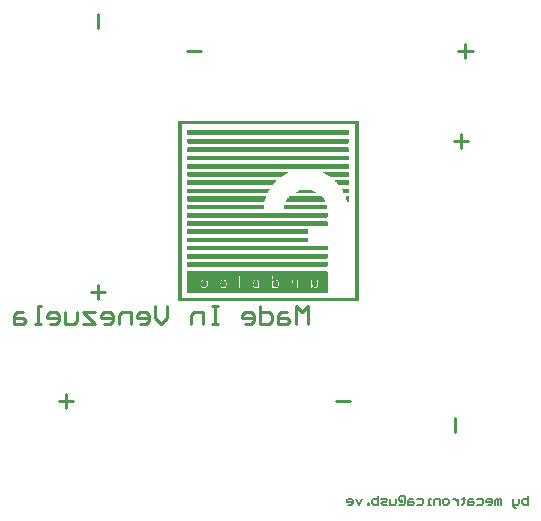
<source format=gbo>
G04 Layer_Color=32896*
%FSLAX23Y23*%
%MOIN*%
G70*
G01*
G75*
%ADD11C,0.010*%
%ADD22C,0.005*%
%ADD33C,0.002*%
D11*
X2233Y3701D02*
Y3747D01*
X3422Y2354D02*
Y2401D01*
X2528Y3622D02*
X2574D01*
X3024Y2456D02*
X3070D01*
X2209Y2818D02*
X2255D01*
X2232Y2842D02*
Y2795D01*
X3433Y3622D02*
X3480D01*
X3456Y3645D02*
Y3598D01*
X3417Y3322D02*
X3464D01*
X3441Y3346D02*
Y3299D01*
X2102Y2456D02*
X2149D01*
X2126Y2480D02*
Y2433D01*
X2933Y2713D02*
Y2773D01*
X2913Y2753D01*
X2893Y2773D01*
Y2713D01*
X2863Y2753D02*
X2843D01*
X2833Y2743D01*
Y2713D01*
X2863D01*
X2873Y2723D01*
X2863Y2733D01*
X2833D01*
X2773Y2773D02*
Y2713D01*
X2803D01*
X2813Y2723D01*
Y2743D01*
X2803Y2753D01*
X2773D01*
X2723Y2713D02*
X2743D01*
X2753Y2723D01*
Y2743D01*
X2743Y2753D01*
X2723D01*
X2713Y2743D01*
Y2733D01*
X2753D01*
X2633Y2773D02*
X2613D01*
X2623D01*
Y2713D01*
X2633D01*
X2613D01*
X2583D02*
Y2753D01*
X2553D01*
X2543Y2743D01*
Y2713D01*
X2463Y2773D02*
Y2733D01*
X2443Y2713D01*
X2423Y2733D01*
Y2773D01*
X2373Y2713D02*
X2393D01*
X2403Y2723D01*
Y2743D01*
X2393Y2753D01*
X2373D01*
X2363Y2743D01*
Y2733D01*
X2403D01*
X2343Y2713D02*
Y2753D01*
X2313D01*
X2303Y2743D01*
Y2713D01*
X2253D02*
X2273D01*
X2283Y2723D01*
Y2743D01*
X2273Y2753D01*
X2253D01*
X2243Y2743D01*
Y2733D01*
X2283D01*
X2223Y2753D02*
X2183D01*
X2223Y2713D01*
X2183D01*
X2163Y2753D02*
Y2723D01*
X2153Y2713D01*
X2123D01*
Y2753D01*
X2073Y2713D02*
X2093D01*
X2103Y2723D01*
Y2743D01*
X2093Y2753D01*
X2073D01*
X2063Y2743D01*
Y2733D01*
X2103D01*
X2043Y2713D02*
X2023D01*
X2033D01*
Y2773D01*
X2043D01*
X1983Y2753D02*
X1963D01*
X1953Y2743D01*
Y2713D01*
X1983D01*
X1993Y2723D01*
X1983Y2733D01*
X1953D01*
D22*
X3665Y2140D02*
Y2110D01*
X3650D01*
X3645Y2115D01*
Y2120D01*
Y2125D01*
X3650Y2130D01*
X3665D01*
X3635D02*
Y2115D01*
X3630Y2110D01*
X3615D01*
Y2105D01*
X3620Y2100D01*
X3625D01*
X3615Y2110D02*
Y2130D01*
X3575Y2110D02*
Y2130D01*
X3570D01*
X3565Y2125D01*
Y2110D01*
Y2125D01*
X3560Y2130D01*
X3555Y2125D01*
Y2110D01*
X3530D02*
X3540D01*
X3545Y2115D01*
Y2125D01*
X3540Y2130D01*
X3530D01*
X3525Y2125D01*
Y2120D01*
X3545D01*
X3495Y2130D02*
X3510D01*
X3515Y2125D01*
Y2115D01*
X3510Y2110D01*
X3495D01*
X3480Y2130D02*
X3470D01*
X3465Y2125D01*
Y2110D01*
X3480D01*
X3485Y2115D01*
X3480Y2120D01*
X3465D01*
X3450Y2135D02*
Y2130D01*
X3455D01*
X3445D01*
X3450D01*
Y2115D01*
X3445Y2110D01*
X3430Y2130D02*
Y2110D01*
Y2120D01*
X3425Y2125D01*
X3420Y2130D01*
X3415D01*
X3395Y2110D02*
X3385D01*
X3380Y2115D01*
Y2125D01*
X3385Y2130D01*
X3395D01*
X3400Y2125D01*
Y2115D01*
X3395Y2110D01*
X3370D02*
Y2130D01*
X3355D01*
X3350Y2125D01*
Y2110D01*
X3340D02*
X3330D01*
X3335D01*
Y2130D01*
X3340D01*
X3295D02*
X3310D01*
X3315Y2125D01*
Y2115D01*
X3310Y2110D01*
X3295D01*
X3280Y2130D02*
X3270D01*
X3265Y2125D01*
Y2110D01*
X3280D01*
X3285Y2115D01*
X3280Y2120D01*
X3265D01*
X3240D02*
Y2125D01*
X3245D01*
Y2120D01*
X3240D01*
X3235Y2125D01*
Y2135D01*
X3240Y2140D01*
X3250D01*
X3255Y2135D01*
Y2115D01*
X3250Y2110D01*
X3235D01*
X3225Y2130D02*
Y2115D01*
X3220Y2110D01*
X3206D01*
Y2130D01*
X3196Y2110D02*
X3181D01*
X3176Y2115D01*
X3181Y2120D01*
X3191D01*
X3196Y2125D01*
X3191Y2130D01*
X3176D01*
X3166Y2140D02*
Y2110D01*
X3151D01*
X3146Y2115D01*
Y2120D01*
Y2125D01*
X3151Y2130D01*
X3166D01*
X3136Y2110D02*
Y2115D01*
X3131D01*
Y2110D01*
X3136D01*
X3111Y2130D02*
X3101Y2110D01*
X3091Y2130D01*
X3066Y2110D02*
X3076D01*
X3081Y2115D01*
Y2125D01*
X3076Y2130D01*
X3066D01*
X3061Y2125D01*
Y2120D01*
X3081D01*
D33*
X3087Y2856D02*
X3097D01*
X3087Y2854D02*
X3097D01*
X3087Y2852D02*
X3097D01*
X3087Y2850D02*
X3097D01*
X3087Y2848D02*
X3097D01*
X3087Y2846D02*
X3097D01*
X3087Y2844D02*
X3097D01*
X3087Y2842D02*
X3097D01*
X3087Y2840D02*
X3097D01*
X3087Y2838D02*
X3097D01*
X3087Y2836D02*
X3097D01*
X3087Y2834D02*
X3097D01*
X3087Y2832D02*
X3097D01*
X3087Y2830D02*
X3097D01*
X3087Y2828D02*
X3097D01*
X3087Y2826D02*
X3097D01*
X3087Y2824D02*
X3097D01*
X3087Y2822D02*
X3097D01*
X3087Y2820D02*
X3097D01*
X3087Y2818D02*
X3097D01*
X3087Y2816D02*
X3097D01*
X3087Y2814D02*
X3097D01*
X3087Y2812D02*
X3097D01*
X3087Y2810D02*
X3097D01*
X3087Y2808D02*
X3097D01*
X3087Y2806D02*
X3097D01*
X3087Y2804D02*
X3097D01*
X3087Y2802D02*
X3097D01*
X3087Y2800D02*
X3097D01*
X3087Y2936D02*
X3097D01*
X3087Y2934D02*
X3097D01*
X3087Y2932D02*
X3097D01*
X3087Y2930D02*
X3097D01*
X3087Y2928D02*
X3097D01*
X3087Y2926D02*
X3097D01*
X3087Y2924D02*
X3097D01*
X3087Y2922D02*
X3097D01*
X3087Y2920D02*
X3097D01*
X3087Y2918D02*
X3097D01*
X3087Y2916D02*
X3097D01*
X3087Y2914D02*
X3097D01*
X3087Y2912D02*
X3097D01*
X3087Y2910D02*
X3097D01*
X3087Y2908D02*
X3097D01*
X3087Y2906D02*
X3097D01*
X3087Y2904D02*
X3097D01*
X3087Y2902D02*
X3097D01*
X3087Y2900D02*
X3097D01*
X3087Y2898D02*
X3097D01*
X3087Y2896D02*
X3097D01*
X3087Y2894D02*
X3097D01*
X3087Y2892D02*
X3097D01*
X3087Y2890D02*
X3097D01*
X3087Y2888D02*
X3097D01*
X3087Y2886D02*
X3097D01*
X3087Y2884D02*
X3097D01*
X3087Y2882D02*
X3097D01*
X3087Y2880D02*
X3097D01*
X3087Y2878D02*
X3097D01*
X3087Y2876D02*
X3097D01*
X3087Y2874D02*
X3097D01*
X3087Y2872D02*
X3097D01*
X3087Y2870D02*
X3097D01*
X3087Y2868D02*
X3097D01*
X3087Y2866D02*
X3097D01*
X3087Y2864D02*
X3097D01*
X3087Y2862D02*
X3097D01*
X3087Y2860D02*
X3097D01*
X3087Y3016D02*
X3097D01*
X3087Y3014D02*
X3097D01*
X3087Y3012D02*
X3097D01*
X3087Y3010D02*
X3097D01*
X3087Y3008D02*
X3097D01*
X3087Y3006D02*
X3097D01*
X3087Y3004D02*
X3097D01*
X3087Y3002D02*
X3097D01*
X3087Y3000D02*
X3097D01*
X3087Y2998D02*
X3097D01*
X3087Y2996D02*
X3097D01*
X3087Y2994D02*
X3097D01*
X3087Y2992D02*
X3097D01*
X3087Y2990D02*
X3097D01*
X3087Y2988D02*
X3097D01*
X3087Y2986D02*
X3097D01*
X3087Y2984D02*
X3097D01*
X3087Y2982D02*
X3097D01*
X3087Y2980D02*
X3097D01*
X3087Y2978D02*
X3097D01*
X3087Y2976D02*
X3097D01*
X3087Y2974D02*
X3097D01*
X3087Y2972D02*
X3097D01*
X3087Y2970D02*
X3097D01*
X3087Y2968D02*
X3097D01*
X3087Y2966D02*
X3097D01*
X3087Y2964D02*
X3097D01*
X3087Y2962D02*
X3097D01*
X3087Y2960D02*
X3097D01*
X3087Y2958D02*
X3097D01*
X3087Y2956D02*
X3097D01*
X3087Y2954D02*
X3097D01*
X3087Y2952D02*
X3097D01*
X3087Y2950D02*
X3097D01*
X3087Y2948D02*
X3097D01*
X3087Y2946D02*
X3097D01*
X3087Y2944D02*
X3097D01*
X3087Y2942D02*
X3097D01*
X3087Y2940D02*
X3097D01*
X3087Y3096D02*
X3097D01*
X3087Y3094D02*
X3097D01*
X3087Y3092D02*
X3097D01*
X3087Y3090D02*
X3097D01*
X3087Y3088D02*
X3097D01*
X3087Y3086D02*
X3097D01*
X3087Y3084D02*
X3097D01*
X3087Y3082D02*
X3097D01*
X3087Y3080D02*
X3097D01*
X3087Y3078D02*
X3097D01*
X3087Y3076D02*
X3097D01*
X3087Y3074D02*
X3097D01*
X3087Y3072D02*
X3097D01*
X3087Y3070D02*
X3097D01*
X3087Y3068D02*
X3097D01*
X3087Y3066D02*
X3097D01*
X3087Y3064D02*
X3097D01*
X3087Y3062D02*
X3097D01*
X3087Y3060D02*
X3097D01*
X3087Y3058D02*
X3097D01*
X3087Y3056D02*
X3097D01*
X3087Y3054D02*
X3097D01*
X3087Y3052D02*
X3097D01*
X3087Y3050D02*
X3097D01*
X3087Y3048D02*
X3097D01*
X3087Y3046D02*
X3097D01*
X3087Y3044D02*
X3097D01*
X3087Y3042D02*
X3097D01*
X3087Y3040D02*
X3097D01*
X3087Y3038D02*
X3097D01*
X3087Y3036D02*
X3097D01*
X3087Y3034D02*
X3097D01*
X3087Y3032D02*
X3097D01*
X3087Y3030D02*
X3097D01*
X3087Y3028D02*
X3097D01*
X3087Y3026D02*
X3097D01*
X3087Y3024D02*
X3097D01*
X3087Y3022D02*
X3097D01*
X3087Y3020D02*
X3097D01*
X3087Y3176D02*
X3097D01*
X3087Y3174D02*
X3097D01*
X3087Y3172D02*
X3097D01*
X3087Y3170D02*
X3097D01*
X3087Y3168D02*
X3097D01*
X3087Y3166D02*
X3097D01*
X3087Y3164D02*
X3097D01*
X3087Y3162D02*
X3097D01*
X3087Y3160D02*
X3097D01*
X3047D02*
X3065D01*
X3087Y3158D02*
X3097D01*
X3047D02*
X3065D01*
X3087Y3156D02*
X3097D01*
X3049D02*
X3065D01*
X3087Y3154D02*
X3097D01*
X3049D02*
X3065D01*
X3087Y3152D02*
X3097D01*
X3051D02*
X3065D01*
X3087Y3150D02*
X3097D01*
X3087Y3148D02*
X3097D01*
X3087Y3146D02*
X3097D01*
X3087Y3144D02*
X3097D01*
X3087Y3142D02*
X3097D01*
X3087Y3140D02*
X3097D01*
X3087Y3138D02*
X3097D01*
X3057D02*
X3065D01*
X3087Y3136D02*
X3097D01*
X3057D02*
X3065D01*
X3087Y3134D02*
X3097D01*
X3057D02*
X3065D01*
X3087Y3132D02*
X3097D01*
X3059D02*
X3065D01*
X3087Y3130D02*
X3097D01*
X3059D02*
X3065D01*
X3087Y3128D02*
X3097D01*
X3059D02*
X3065D01*
X3087Y3126D02*
X3097D01*
X3061D02*
X3065D01*
X3087Y3124D02*
X3097D01*
X3061D02*
X3065D01*
X3087Y3122D02*
X3097D01*
X3087Y3120D02*
X3097D01*
X3087Y3118D02*
X3097D01*
X3087Y3116D02*
X3097D01*
X3087Y3114D02*
X3097D01*
X3087Y3112D02*
X3097D01*
X3087Y3110D02*
X3097D01*
X3087Y3108D02*
X3097D01*
X3087Y3106D02*
X3097D01*
X3087Y3104D02*
X3097D01*
X3087Y3102D02*
X3097D01*
X3087Y3100D02*
X3097D01*
X3087Y3256D02*
X3097D01*
X3087Y3254D02*
X3097D01*
X3087Y3252D02*
X3097D01*
X3087Y3250D02*
X3097D01*
X3087Y3248D02*
X3097D01*
X3087Y3246D02*
X3097D01*
X3087Y3244D02*
X3097D01*
X3087Y3242D02*
X3097D01*
X3087Y3240D02*
X3097D01*
X3087Y3238D02*
X3097D01*
X3087Y3236D02*
X3097D01*
X3087Y3234D02*
X3097D01*
X3087Y3232D02*
X3097D01*
X3087Y3230D02*
X3097D01*
X3087Y3228D02*
X3097D01*
X3087Y3226D02*
X3097D01*
X3087Y3224D02*
X3097D01*
X3087Y3222D02*
X3097D01*
X3087Y3220D02*
X3097D01*
X3087Y3218D02*
X3097D01*
X3087Y3216D02*
X3097D01*
X3087Y3214D02*
X3097D01*
X3087Y3212D02*
X3097D01*
X3087Y3210D02*
X3097D01*
X3087Y3208D02*
X3097D01*
X3087Y3206D02*
X3097D01*
X3087Y3204D02*
X3097D01*
X3087Y3202D02*
X3097D01*
X3087Y3200D02*
X3097D01*
X3087Y3198D02*
X3097D01*
X3087Y3196D02*
X3097D01*
X3087Y3194D02*
X3097D01*
X3087Y3192D02*
X3097D01*
X3087Y3190D02*
X3097D01*
X3087Y3188D02*
X3097D01*
X3087Y3186D02*
X3097D01*
X3087Y3184D02*
X3097D01*
X3087Y3182D02*
X3097D01*
X3087Y3180D02*
X3097D01*
X3087Y3336D02*
X3097D01*
X3087Y3334D02*
X3097D01*
X3087Y3332D02*
X3097D01*
X3087Y3330D02*
X3097D01*
X3087Y3328D02*
X3097D01*
X3087Y3326D02*
X3097D01*
X3087Y3324D02*
X3097D01*
X3087Y3322D02*
X3097D01*
X3087Y3320D02*
X3097D01*
X3087Y3318D02*
X3097D01*
X3087Y3316D02*
X3097D01*
X3087Y3314D02*
X3097D01*
X3087Y3312D02*
X3097D01*
X3087Y3310D02*
X3097D01*
X3087Y3308D02*
X3097D01*
X3087Y3306D02*
X3097D01*
X3087Y3304D02*
X3097D01*
X3087Y3302D02*
X3097D01*
X3087Y3300D02*
X3097D01*
X3087Y3298D02*
X3097D01*
X3087Y3296D02*
X3097D01*
X3087Y3294D02*
X3097D01*
X3087Y3292D02*
X3097D01*
X3087Y3290D02*
X3097D01*
X3087Y3288D02*
X3097D01*
X3087Y3286D02*
X3097D01*
X3087Y3284D02*
X3097D01*
X3087Y3282D02*
X3097D01*
X3087Y3280D02*
X3097D01*
X3087Y3278D02*
X3097D01*
X3087Y3276D02*
X3097D01*
X3087Y3274D02*
X3097D01*
X3087Y3272D02*
X3097D01*
X3087Y3270D02*
X3097D01*
X3087Y3268D02*
X3097D01*
X3087Y3266D02*
X3097D01*
X3087Y3264D02*
X3097D01*
X3087Y3262D02*
X3097D01*
X3087Y3260D02*
X3097D01*
X3087Y3382D02*
X3097D01*
X3087Y3380D02*
X3097D01*
X3087Y3378D02*
X3097D01*
X3087Y3376D02*
X3097D01*
X3087Y3374D02*
X3097D01*
X3087Y3372D02*
X3097D01*
X3087Y3370D02*
X3097D01*
X3087Y3368D02*
X3097D01*
X3087Y3366D02*
X3097D01*
X3087Y3364D02*
X3097D01*
X3087Y3362D02*
X3097D01*
X3087Y3360D02*
X3097D01*
X3087Y3358D02*
X3097D01*
X3087Y3356D02*
X3097D01*
X3087Y3354D02*
X3097D01*
X3087Y3352D02*
X3097D01*
X3087Y3350D02*
X3097D01*
X3087Y3348D02*
X3097D01*
X3087Y3346D02*
X3097D01*
X3087Y3344D02*
X3097D01*
X3087Y3342D02*
X3097D01*
X3087Y3340D02*
X3097D01*
X2945Y2856D02*
X2959D01*
X2899D02*
X2939D01*
X2945Y2854D02*
X2959D01*
X2899D02*
X2939D01*
X2945Y2852D02*
X2959D01*
X2899D02*
X2939D01*
X2945Y2850D02*
X2959D01*
X2899D02*
X2939D01*
X2945Y2848D02*
X2959D01*
X2899D02*
X2939D01*
X2945Y2846D02*
X2959D01*
X2899D02*
X2939D01*
X2947Y2844D02*
X2959D01*
X2899D02*
X2939D01*
X2947Y2842D02*
X2959D01*
X2899D02*
X2939D01*
X2947Y2840D02*
X2959D01*
X2899D02*
X2939D01*
X2949Y2838D02*
X2957D01*
X2899D02*
X2939D01*
X2945Y2836D02*
X2949D01*
X2899D02*
X2939D01*
X2945Y2834D02*
X2951D01*
X2899D02*
X2939D01*
X2945Y2862D02*
X2959D01*
X2899D02*
X2939D01*
X2887D02*
X2893D01*
X2945Y2860D02*
X2959D01*
X2899D02*
X2939D01*
X2891D02*
X2893D01*
X2913Y3160D02*
X2931D01*
X2903Y3158D02*
X2941D01*
X2897Y3156D02*
X2947D01*
X2891Y3154D02*
X2953D01*
X2891Y3152D02*
X2955D01*
X2833Y2856D02*
X2875D01*
X2817D02*
X2827D01*
X2835Y2854D02*
X2875D01*
X2815D02*
X2827D01*
X2835Y2852D02*
X2875D01*
X2815D02*
X2829D01*
X2835Y2850D02*
X2875D01*
X2815D02*
X2829D01*
X2835Y2848D02*
X2875D01*
X2815D02*
X2829D01*
X2835Y2846D02*
X2875D01*
X2815D02*
X2829D01*
X2835Y2844D02*
X2875D01*
X2815D02*
X2829D01*
X2835Y2842D02*
X2875D01*
X2815D02*
X2829D01*
X2833Y2840D02*
X2875D01*
X2817D02*
X2827D01*
X2833Y2838D02*
X2875D01*
X2819D02*
X2825D01*
X2831Y2836D02*
X2875D01*
X2829Y2834D02*
X2873D01*
X2813D02*
X2819D01*
X2829Y2862D02*
X2879D01*
X2813D02*
X2819D01*
X2831Y2860D02*
X2875D01*
X2813D02*
X2817D01*
X2751Y2856D02*
X2763D01*
X2751Y2854D02*
X2763D01*
X2751Y2852D02*
X2763D01*
X2751Y2850D02*
X2763D01*
X2751Y2840D02*
X2763D01*
X2753Y2838D02*
X2761D01*
X2659Y2856D02*
X2699D01*
X2659Y2854D02*
X2699D01*
X2661Y2852D02*
X2699D01*
X2661Y2850D02*
X2699D01*
X2661Y2848D02*
X2699D01*
X2661Y2846D02*
X2699D01*
X2661Y2844D02*
X2699D01*
X2659Y2842D02*
X2699D01*
X2659Y2840D02*
X2699D01*
X2659Y2838D02*
X2699D01*
X2657Y2836D02*
X2699D01*
X2655Y2834D02*
X2699D01*
X2653Y2862D02*
X2699D01*
X2657Y2860D02*
X2699D01*
X2597Y2856D02*
X2637D01*
X2579D02*
X2589D01*
X2597Y2854D02*
X2637D01*
X2579D02*
X2591D01*
X2597Y2852D02*
X2635D01*
X2597Y2850D02*
X2635D01*
X2597Y2848D02*
X2635D01*
X2579Y2842D02*
X2591D01*
X2597Y2840D02*
X2637D01*
X2579D02*
X2589D01*
X2595Y2838D02*
X2637D01*
X2581D02*
X2587D01*
X2593Y2836D02*
X2639D01*
X2591Y2834D02*
X2641D01*
X2589Y2862D02*
X2643D01*
X2593Y2860D02*
X2639D01*
X2497Y2856D02*
X2507D01*
X2497Y2854D02*
X2507D01*
X2497Y2852D02*
X2507D01*
X2497Y2850D02*
X2507D01*
X2497Y2848D02*
X2507D01*
X2497Y2846D02*
X2507D01*
X2497Y2844D02*
X2507D01*
X2497Y2842D02*
X2507D01*
X2497Y2840D02*
X2507D01*
X2497Y2838D02*
X2507D01*
X2497Y2836D02*
X2507D01*
X2497Y2834D02*
X2507D01*
X2497Y2832D02*
X2507D01*
X2497Y2830D02*
X2507D01*
X2497Y2828D02*
X2507D01*
X2497Y2826D02*
X2507D01*
X2497Y2824D02*
X2507D01*
X2497Y2822D02*
X2507D01*
X2497Y2820D02*
X2507D01*
X2497Y2818D02*
X2507D01*
X2497Y2816D02*
X2507D01*
X2497Y2814D02*
X2507D01*
X2497Y2812D02*
X2507D01*
X2497Y2810D02*
X2507D01*
X2497Y2808D02*
X2507D01*
X2497Y2806D02*
X2507D01*
X2497Y2804D02*
X2507D01*
X2497Y2802D02*
X2507D01*
X2497Y2800D02*
X2507D01*
X2497Y2936D02*
X2507D01*
X2497Y2934D02*
X2507D01*
X2497Y2932D02*
X2507D01*
X2497Y2930D02*
X2507D01*
X2497Y2928D02*
X2507D01*
X2497Y2926D02*
X2507D01*
X2497Y2924D02*
X2507D01*
X2497Y2922D02*
X2507D01*
X2497Y2920D02*
X2507D01*
X2497Y2918D02*
X2507D01*
X2497Y2916D02*
X2507D01*
X2497Y2914D02*
X2507D01*
X2497Y2912D02*
X2507D01*
X2497Y2910D02*
X2507D01*
X2497Y2908D02*
X2507D01*
X2497Y2906D02*
X2507D01*
X2497Y2904D02*
X2507D01*
X2497Y2902D02*
X2507D01*
X2497Y2900D02*
X2507D01*
X2497Y2898D02*
X2507D01*
X2497Y2896D02*
X2507D01*
X2497Y2894D02*
X2507D01*
X2497Y2892D02*
X2507D01*
X2497Y2890D02*
X2507D01*
X2497Y2888D02*
X2507D01*
X2497Y2886D02*
X2507D01*
X2497Y2884D02*
X2507D01*
X2497Y2882D02*
X2507D01*
X2497Y2880D02*
X2507D01*
X2497Y2878D02*
X2507D01*
X2497Y2876D02*
X2507D01*
X2497Y2874D02*
X2507D01*
X2497Y2872D02*
X2507D01*
X2497Y2870D02*
X2507D01*
X2497Y2868D02*
X2507D01*
X2497Y2866D02*
X2507D01*
X2497Y2864D02*
X2507D01*
X2497Y2862D02*
X2507D01*
X2497Y2860D02*
X2507D01*
X2497Y3016D02*
X2507D01*
X2497Y3014D02*
X2507D01*
X2497Y3012D02*
X2507D01*
X2497Y3010D02*
X2507D01*
X2497Y3008D02*
X2507D01*
X2497Y3006D02*
X2507D01*
X2497Y3004D02*
X2507D01*
X2497Y3002D02*
X2507D01*
X2497Y3000D02*
X2507D01*
X2497Y2998D02*
X2507D01*
X2497Y2996D02*
X2507D01*
X2497Y2994D02*
X2507D01*
X2497Y2992D02*
X2507D01*
X2497Y2990D02*
X2507D01*
X2497Y2988D02*
X2507D01*
X2497Y2986D02*
X2507D01*
X2497Y2984D02*
X2507D01*
X2497Y2982D02*
X2507D01*
X2497Y2980D02*
X2507D01*
X2497Y2978D02*
X2507D01*
X2497Y2976D02*
X2507D01*
X2497Y2974D02*
X2507D01*
X2497Y2972D02*
X2507D01*
X2497Y2970D02*
X2507D01*
X2497Y2968D02*
X2507D01*
X2497Y2966D02*
X2507D01*
X2497Y2964D02*
X2507D01*
X2497Y2962D02*
X2507D01*
X2497Y2960D02*
X2507D01*
X2497Y2958D02*
X2507D01*
X2497Y2956D02*
X2507D01*
X2497Y2954D02*
X2507D01*
X2497Y2952D02*
X2507D01*
X2497Y2950D02*
X2507D01*
X2497Y2948D02*
X2507D01*
X2497Y2946D02*
X2507D01*
X2497Y2944D02*
X2507D01*
X2497Y2942D02*
X2507D01*
X2497Y2940D02*
X2507D01*
X2497Y3096D02*
X2507D01*
X2497Y3094D02*
X2507D01*
X2497Y3092D02*
X2507D01*
X2497Y3090D02*
X2507D01*
X2497Y3088D02*
X2507D01*
X2497Y3086D02*
X2507D01*
X2497Y3084D02*
X2507D01*
X2497Y3082D02*
X2507D01*
X2497Y3080D02*
X2507D01*
X2497Y3078D02*
X2507D01*
X2497Y3076D02*
X2507D01*
X2497Y3074D02*
X2507D01*
X2497Y3072D02*
X2507D01*
X2497Y3070D02*
X2507D01*
X2497Y3068D02*
X2507D01*
X2497Y3066D02*
X2507D01*
X2497Y3064D02*
X2507D01*
X2497Y3062D02*
X2507D01*
X2497Y3060D02*
X2507D01*
X2497Y3058D02*
X2507D01*
X2497Y3056D02*
X2507D01*
X2497Y3054D02*
X2507D01*
X2497Y3052D02*
X2507D01*
X2497Y3050D02*
X2507D01*
X2497Y3048D02*
X2507D01*
X2497Y3046D02*
X2507D01*
X2497Y3044D02*
X2507D01*
X2497Y3042D02*
X2507D01*
X2497Y3040D02*
X2507D01*
X2497Y3038D02*
X2507D01*
X2497Y3036D02*
X2507D01*
X2497Y3034D02*
X2507D01*
X2497Y3032D02*
X2507D01*
X2497Y3030D02*
X2507D01*
X2497Y3028D02*
X2507D01*
X2497Y3026D02*
X2507D01*
X2497Y3024D02*
X2507D01*
X2497Y3022D02*
X2507D01*
X2497Y3020D02*
X2507D01*
X2497Y3176D02*
X2507D01*
X2497Y3174D02*
X2507D01*
X2497Y3172D02*
X2507D01*
X2497Y3170D02*
X2507D01*
X2497Y3168D02*
X2507D01*
X2497Y3166D02*
X2507D01*
X2497Y3164D02*
X2507D01*
X2497Y3162D02*
X2507D01*
X2497Y3160D02*
X2507D01*
X2497Y3158D02*
X2507D01*
X2497Y3156D02*
X2507D01*
X2497Y3154D02*
X2507D01*
X2497Y3152D02*
X2507D01*
X2497Y3150D02*
X2507D01*
X2497Y3148D02*
X2507D01*
X2497Y3146D02*
X2507D01*
X2497Y3144D02*
X2507D01*
X2497Y3142D02*
X2507D01*
X2497Y3140D02*
X2507D01*
X2497Y3138D02*
X2507D01*
X2497Y3136D02*
X2507D01*
X2497Y3134D02*
X2507D01*
X2497Y3132D02*
X2507D01*
X2497Y3130D02*
X2507D01*
X2497Y3128D02*
X2507D01*
X2497Y3126D02*
X2507D01*
X2497Y3124D02*
X2507D01*
X2497Y3122D02*
X2507D01*
X2497Y3120D02*
X2507D01*
X2497Y3118D02*
X2507D01*
X2497Y3116D02*
X2507D01*
X2497Y3114D02*
X2507D01*
X2497Y3112D02*
X2507D01*
X2497Y3110D02*
X2507D01*
X2497Y3108D02*
X2507D01*
X2497Y3106D02*
X2507D01*
X2497Y3104D02*
X2507D01*
X2497Y3102D02*
X2507D01*
X2497Y3100D02*
X2507D01*
X2497Y3256D02*
X2507D01*
X2497Y3254D02*
X2507D01*
X2497Y3252D02*
X2507D01*
X2497Y3250D02*
X2507D01*
X2497Y3248D02*
X2507D01*
X2497Y3246D02*
X2507D01*
X2497Y3244D02*
X2507D01*
X2497Y3242D02*
X2507D01*
X2497Y3240D02*
X2507D01*
X2497Y3238D02*
X2507D01*
X2497Y3236D02*
X2507D01*
X2497Y3234D02*
X2507D01*
X2497Y3232D02*
X2507D01*
X2497Y3230D02*
X2507D01*
X2497Y3228D02*
X2507D01*
X2497Y3226D02*
X2507D01*
X2497Y3224D02*
X2507D01*
X2497Y3222D02*
X2507D01*
X2497Y3220D02*
X2507D01*
X2497Y3218D02*
X2507D01*
X2497Y3216D02*
X2507D01*
X2497Y3214D02*
X2507D01*
X2497Y3212D02*
X2507D01*
X2497Y3210D02*
X2507D01*
X2497Y3208D02*
X2507D01*
X2497Y3206D02*
X2507D01*
X2497Y3204D02*
X2507D01*
X2497Y3202D02*
X2507D01*
X2497Y3200D02*
X2507D01*
X2497Y3198D02*
X2507D01*
X2497Y3196D02*
X2507D01*
X2497Y3194D02*
X2507D01*
X2497Y3192D02*
X2507D01*
X2497Y3190D02*
X2507D01*
X2497Y3188D02*
X2507D01*
X2497Y3186D02*
X2507D01*
X2497Y3184D02*
X2507D01*
X2497Y3182D02*
X2507D01*
X2497Y3180D02*
X2507D01*
X2497Y3336D02*
X2507D01*
X2497Y3334D02*
X2507D01*
X2497Y3332D02*
X2507D01*
X2497Y3330D02*
X2507D01*
X2497Y3328D02*
X2507D01*
X2497Y3326D02*
X2507D01*
X2497Y3324D02*
X2507D01*
X2497Y3322D02*
X2507D01*
X2497Y3320D02*
X2507D01*
X2497Y3318D02*
X2507D01*
X2497Y3316D02*
X2507D01*
X2497Y3314D02*
X2507D01*
X2497Y3312D02*
X2507D01*
X2497Y3310D02*
X2507D01*
X2497Y3308D02*
X2507D01*
X2497Y3306D02*
X2507D01*
X2497Y3304D02*
X2507D01*
X2497Y3302D02*
X2507D01*
X2497Y3300D02*
X2507D01*
X2497Y3298D02*
X2507D01*
X2497Y3296D02*
X2507D01*
X2497Y3294D02*
X2507D01*
X2497Y3292D02*
X2507D01*
X2497Y3290D02*
X2507D01*
X2497Y3288D02*
X2507D01*
X2497Y3286D02*
X2507D01*
X2497Y3284D02*
X2507D01*
X2497Y3282D02*
X2507D01*
X2497Y3280D02*
X2507D01*
X2497Y3278D02*
X2507D01*
X2497Y3276D02*
X2507D01*
X2497Y3274D02*
X2507D01*
X2497Y3272D02*
X2507D01*
X2497Y3270D02*
X2507D01*
X2497Y3268D02*
X2507D01*
X2497Y3266D02*
X2507D01*
X2497Y3264D02*
X2507D01*
X2497Y3262D02*
X2507D01*
X2497Y3260D02*
X2507D01*
X2497Y3382D02*
X2507D01*
X2497Y3380D02*
X2507D01*
X2497Y3378D02*
X2507D01*
X2497Y3376D02*
X2507D01*
X2497Y3374D02*
X2507D01*
X2497Y3372D02*
X2507D01*
X2497Y3370D02*
X2507D01*
X2497Y3368D02*
X2507D01*
X2497Y3366D02*
X2507D01*
X2497Y3364D02*
X2507D01*
X2497Y3362D02*
X2507D01*
X2497Y3360D02*
X2507D01*
X2497Y3358D02*
X2507D01*
X2497Y3356D02*
X2507D01*
X2497Y3354D02*
X2507D01*
X2497Y3352D02*
X2507D01*
X2497Y3350D02*
X2507D01*
X2497Y3348D02*
X2507D01*
X2497Y3346D02*
X2507D01*
X2497Y3344D02*
X2507D01*
X2497Y3342D02*
X2507D01*
X2497Y3340D02*
X2507D01*
X3087Y3098D02*
X3097D01*
X3087Y3018D02*
X3097D01*
X3087Y2938D02*
X3097D01*
X3087Y2858D02*
X3097D01*
X3087Y3338D02*
X3097D01*
X3087Y3258D02*
X3097D01*
X3087Y3178D02*
X3097D01*
X2945Y2858D02*
X2959D01*
X2899D02*
X2939D01*
X2833D02*
X2875D01*
X2819D02*
X2823D01*
X2755D02*
X2759D01*
X2657D02*
X2699D01*
X2595D02*
X2637D01*
X2583D02*
X2587D01*
X2497Y3098D02*
X2507D01*
X2497Y3018D02*
X2507D01*
X2497Y2938D02*
X2507D01*
X2497Y2858D02*
X2507D01*
X2497Y3338D02*
X2507D01*
X2497Y3258D02*
X2507D01*
X2497Y3178D02*
X2507D01*
X2965Y2856D02*
X2995D01*
X2965Y2854D02*
X2995D01*
X2965Y2852D02*
X2995D01*
X2965Y2850D02*
X2995D01*
X2965Y2848D02*
X2995D01*
X2965Y2846D02*
X2995D01*
X2965Y2844D02*
X2995D01*
X2965Y2842D02*
X2995D01*
X2965Y2840D02*
X2995D01*
X2965Y2838D02*
X2995D01*
X2963Y2836D02*
X2995D01*
X2961Y2834D02*
X2995D01*
X2965Y2862D02*
X2995D01*
X2965Y2860D02*
X2995D01*
X3045Y3164D02*
X3065D01*
X3045Y3162D02*
X3065D01*
X2983Y3220D02*
X3063D01*
X2983Y3218D02*
X3065D01*
X2987Y3216D02*
X3065D01*
X2991Y3214D02*
X3065D01*
X2995Y3212D02*
X3065D01*
X2997Y3210D02*
X3065D01*
X3001Y3208D02*
X3065D01*
X3005Y3206D02*
X3065D01*
X3023Y3192D02*
X3065D01*
X3023Y3190D02*
X3065D01*
X3025Y3188D02*
X3065D01*
X3027Y3186D02*
X3065D01*
X3029Y3184D02*
X3065D01*
X3031Y3182D02*
X3065D01*
X3033Y3180D02*
X3065D01*
X2881Y2856D02*
X2891D01*
X2769D02*
X2809D01*
X2705D02*
X2747D01*
X2643D02*
X2653D01*
X2881Y2854D02*
X2893D01*
X2769D02*
X2809D01*
X2705D02*
X2745D01*
X2641D02*
X2653D01*
X2881Y2852D02*
X2893D01*
X2769D02*
X2809D01*
X2705D02*
X2745D01*
X2641D02*
X2655D01*
X2879Y2850D02*
X2893D01*
X2769D02*
X2809D01*
X2705D02*
X2745D01*
X2641D02*
X2655D01*
X2879Y2848D02*
X2893D01*
X2769D02*
X2809D01*
X2705D02*
X2745D01*
X2879Y2846D02*
X2893D01*
X2769D02*
X2809D01*
X2705D02*
X2763D01*
X2879Y2844D02*
X2893D01*
X2769D02*
X2809D01*
X2705D02*
X2763D01*
X2879Y2842D02*
X2893D01*
X2769D02*
X2809D01*
X2705D02*
X2763D01*
X2879Y2840D02*
X2893D01*
X2769D02*
X2809D01*
X2705D02*
X2745D01*
X2643D02*
X2653D01*
X2879Y2838D02*
X2893D01*
X2767D02*
X2809D01*
X2705D02*
X2745D01*
X2643D02*
X2651D01*
X2879Y2836D02*
X2893D01*
X2767D02*
X2809D01*
X2705D02*
X2747D01*
X2881Y2834D02*
X2893D01*
X2763D02*
X2809D01*
X2705D02*
X2749D01*
X2705Y2874D02*
X2809D01*
X2705Y2872D02*
X2809D01*
X2705Y2870D02*
X2809D01*
X2705Y2868D02*
X2809D01*
X2705Y2866D02*
X2809D01*
X2705Y2864D02*
X2809D01*
X2763Y2862D02*
X2809D01*
X2705D02*
X2751D01*
X2765Y2860D02*
X2809D01*
X2705D02*
X2749D01*
X2529Y2856D02*
X2573D01*
X2529Y2854D02*
X2577D01*
X2529Y2852D02*
X2591D01*
X2529Y2850D02*
X2591D01*
X2529Y2848D02*
X2591D01*
X2529Y2846D02*
X2591D01*
X2529Y2844D02*
X2591D01*
X2529Y2842D02*
X2573D01*
X2529Y2840D02*
X2573D01*
X2529Y2838D02*
X2573D01*
X2529Y2836D02*
X2575D01*
X2529Y2834D02*
X2577D01*
X2529Y2862D02*
X2579D01*
X2529Y2860D02*
X2575D01*
X2965Y2858D02*
X2995D01*
X2883D02*
X2889D01*
X2767D02*
X2809D01*
X2705D02*
X2747D01*
X2645D02*
X2649D01*
X2529D02*
X2573D01*
X2597Y2846D02*
X2655D01*
X2597Y2844D02*
X2655D01*
X2597Y2842D02*
X2653D01*
X2529Y2832D02*
X2995D01*
X2529Y2830D02*
X2995D01*
X2529Y2828D02*
X2995D01*
X2529Y2826D02*
X2995D01*
X2529Y2824D02*
X2995D01*
X2529Y2822D02*
X2995D01*
X2529Y2820D02*
X2995D01*
X2529Y2818D02*
X2993D01*
X2529Y2936D02*
X2995D01*
X2529Y2934D02*
X2993D01*
X2529Y2918D02*
X2995D01*
X2529Y2916D02*
X2995D01*
X2529Y2914D02*
X2995D01*
X2529Y2912D02*
X2995D01*
X2529Y2910D02*
X2995D01*
X2529Y2908D02*
X2995D01*
X2529Y2906D02*
X2993D01*
X2529Y2888D02*
X2993D01*
X2529Y2886D02*
X2995D01*
X2529Y2884D02*
X2995D01*
X2529Y2882D02*
X2995D01*
X2529Y2880D02*
X2995D01*
X2529Y2878D02*
X2995D01*
X2529Y2876D02*
X2995D01*
X2815Y2874D02*
X2995D01*
X2529D02*
X2699D01*
X2815Y2872D02*
X2995D01*
X2529D02*
X2699D01*
X2815Y2870D02*
X2995D01*
X2529D02*
X2699D01*
X2815Y2868D02*
X2995D01*
X2529D02*
X2699D01*
X2815Y2866D02*
X2995D01*
X2529D02*
X2699D01*
X2815Y2864D02*
X2995D01*
X2529D02*
X2699D01*
X2529Y3016D02*
X2929D01*
X2529Y3000D02*
X2929D01*
X2529Y2998D02*
X2929D01*
X2529Y2996D02*
X2929D01*
X2529Y2994D02*
X2929D01*
X2529Y2992D02*
X2929D01*
X2529Y2990D02*
X2929D01*
X2529Y2988D02*
X2929D01*
X2529Y2974D02*
X2993D01*
X2529Y2972D02*
X2995D01*
X2529Y2970D02*
X2995D01*
X2529Y2968D02*
X2995D01*
X2529Y2966D02*
X2995D01*
X2529Y2964D02*
X2995D01*
X2529Y2962D02*
X2995D01*
X2529Y2946D02*
X2995D01*
X2529Y2944D02*
X2995D01*
X2529Y2942D02*
X2995D01*
X2529Y2940D02*
X2995D01*
X2529Y3082D02*
X2995D01*
X2529Y3080D02*
X2995D01*
X2529Y3078D02*
X2995D01*
X2529Y3076D02*
X2995D01*
X2529Y3074D02*
X2995D01*
X2529Y3072D02*
X2995D01*
X2529Y3070D02*
X2993D01*
X2529Y3056D02*
X2993D01*
X2529Y3054D02*
X2995D01*
X2529Y3052D02*
X2995D01*
X2529Y3050D02*
X2995D01*
X2529Y3048D02*
X2995D01*
X2529Y3046D02*
X2995D01*
X2529Y3044D02*
X2995D01*
X2531Y3042D02*
X2993D01*
X2529Y3028D02*
X2929D01*
X2529Y3026D02*
X2929D01*
X2529Y3024D02*
X2929D01*
X2529Y3022D02*
X2929D01*
X2529Y3020D02*
X2929D01*
X2529Y3164D02*
X2801D01*
X2529Y3162D02*
X2799D01*
X2529Y3160D02*
X2799D01*
X2529Y3158D02*
X2797D01*
X2529Y3156D02*
X2795D01*
X2529Y3154D02*
X2795D01*
X2529Y3152D02*
X2793D01*
X2869Y3138D02*
X2975D01*
X2529D02*
X2787D01*
X2867Y3136D02*
X2977D01*
X2529D02*
X2787D01*
X2865Y3134D02*
X2979D01*
X2529D02*
X2787D01*
X2863Y3132D02*
X2981D01*
X2529D02*
X2787D01*
X2863Y3130D02*
X2983D01*
X2529D02*
X2785D01*
X2861Y3128D02*
X2983D01*
X2529D02*
X2785D01*
X2859Y3126D02*
X2985D01*
X2529D02*
X2785D01*
X2859Y3124D02*
X2985D01*
X2531D02*
X2783D01*
X2853Y3110D02*
X2991D01*
X2529D02*
X2781D01*
X2853Y3108D02*
X2993D01*
X2529D02*
X2781D01*
X2851Y3106D02*
X2993D01*
X2529D02*
X2781D01*
X2851Y3104D02*
X2993D01*
X2529D02*
X2781D01*
X2851Y3102D02*
X2993D01*
X2529D02*
X2781D01*
X2851Y3100D02*
X2993D01*
X2529D02*
X2781D01*
X2529Y3246D02*
X3065D01*
X2529Y3244D02*
X3065D01*
X2529Y3242D02*
X3065D01*
X2529Y3240D02*
X3065D01*
X2529Y3238D02*
X3065D01*
X2529Y3236D02*
X3065D01*
X2529Y3234D02*
X3065D01*
X2531Y3220D02*
X2861D01*
X2529Y3218D02*
X2863D01*
X2529Y3216D02*
X2859D01*
X2529Y3214D02*
X2853D01*
X2529Y3212D02*
X2851D01*
X2529Y3210D02*
X2847D01*
X2529Y3208D02*
X2843D01*
X2531Y3206D02*
X2841D01*
X2529Y3192D02*
X2823D01*
X2529Y3190D02*
X2821D01*
X2529Y3188D02*
X2819D01*
X2529Y3186D02*
X2817D01*
X2529Y3184D02*
X2815D01*
X2529Y3182D02*
X2813D01*
X2529Y3180D02*
X2811D01*
X2529Y3330D02*
X3065D01*
X2529Y3328D02*
X3065D01*
X2529Y3326D02*
X3065D01*
X2529Y3324D02*
X3065D01*
X2529Y3322D02*
X3065D01*
X2529Y3320D02*
X3065D01*
X2529Y3318D02*
X3065D01*
X2531Y3316D02*
X3063D01*
X2531Y3302D02*
X3063D01*
X2529Y3300D02*
X3065D01*
X2529Y3298D02*
X3065D01*
X2529Y3296D02*
X3065D01*
X2529Y3294D02*
X3065D01*
X2529Y3292D02*
X3065D01*
X2529Y3290D02*
X3065D01*
X2531Y3288D02*
X3065D01*
X2529Y3274D02*
X3065D01*
X2529Y3272D02*
X3065D01*
X2529Y3270D02*
X3065D01*
X2529Y3268D02*
X3065D01*
X2529Y3266D02*
X3065D01*
X2529Y3264D02*
X3065D01*
X2529Y3262D02*
X3065D01*
X2529Y3358D02*
X3065D01*
X2529Y3356D02*
X3065D01*
X2529Y3354D02*
X3065D01*
X2529Y3352D02*
X3065D01*
X2529Y3350D02*
X3065D01*
X2529Y3348D02*
X3065D01*
X2529Y3346D02*
X3065D01*
X2851Y3098D02*
X2993D01*
X2529D02*
X2781D01*
X2529Y3018D02*
X2929D01*
X2529Y2938D02*
X2995D01*
X2497Y2798D02*
X3097D01*
X2497Y2796D02*
X3097D01*
X2497Y2794D02*
X3097D01*
X2497Y2792D02*
X3097D01*
X2497Y3390D02*
X3097D01*
X2497Y3388D02*
X3097D01*
X2497Y3386D02*
X3097D01*
X2497Y3384D02*
X3097D01*
M02*

</source>
